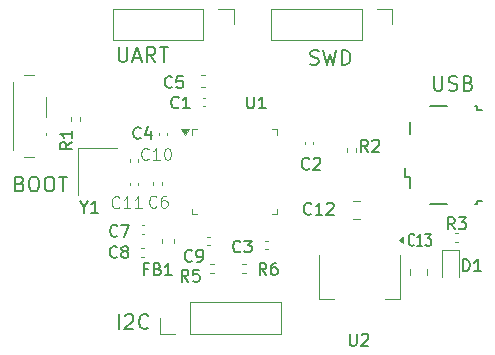
<source format=gbr>
%TF.GenerationSoftware,KiCad,Pcbnew,8.0.8*%
%TF.CreationDate,2025-02-20T15:14:10+05:30*%
%TF.ProjectId,Testing_1,54657374-696e-4675-9f31-2e6b69636164,rev?*%
%TF.SameCoordinates,Original*%
%TF.FileFunction,Legend,Top*%
%TF.FilePolarity,Positive*%
%FSLAX46Y46*%
G04 Gerber Fmt 4.6, Leading zero omitted, Abs format (unit mm)*
G04 Created by KiCad (PCBNEW 8.0.8) date 2025-02-20 15:14:10*
%MOMM*%
%LPD*%
G01*
G04 APERTURE LIST*
%ADD10C,0.200000*%
%ADD11C,0.150000*%
%ADD12C,0.100000*%
%ADD13C,0.120000*%
G04 APERTURE END LIST*
D10*
X115219197Y-70926623D02*
X115219197Y-71938528D01*
X115219197Y-71938528D02*
X115278720Y-72057576D01*
X115278720Y-72057576D02*
X115338244Y-72117100D01*
X115338244Y-72117100D02*
X115457292Y-72176623D01*
X115457292Y-72176623D02*
X115695387Y-72176623D01*
X115695387Y-72176623D02*
X115814435Y-72117100D01*
X115814435Y-72117100D02*
X115873958Y-72057576D01*
X115873958Y-72057576D02*
X115933482Y-71938528D01*
X115933482Y-71938528D02*
X115933482Y-70926623D01*
X116469197Y-71819480D02*
X117064435Y-71819480D01*
X116350149Y-72176623D02*
X116766816Y-70926623D01*
X116766816Y-70926623D02*
X117183482Y-72176623D01*
X118314435Y-72176623D02*
X117897769Y-71581385D01*
X117600150Y-72176623D02*
X117600150Y-70926623D01*
X117600150Y-70926623D02*
X118076340Y-70926623D01*
X118076340Y-70926623D02*
X118195388Y-70986147D01*
X118195388Y-70986147D02*
X118254911Y-71045671D01*
X118254911Y-71045671D02*
X118314435Y-71164719D01*
X118314435Y-71164719D02*
X118314435Y-71343290D01*
X118314435Y-71343290D02*
X118254911Y-71462338D01*
X118254911Y-71462338D02*
X118195388Y-71521861D01*
X118195388Y-71521861D02*
X118076340Y-71581385D01*
X118076340Y-71581385D02*
X117600150Y-71581385D01*
X118671578Y-70926623D02*
X119385864Y-70926623D01*
X119028721Y-72176623D02*
X119028721Y-70926623D01*
X106845863Y-82491861D02*
X107024435Y-82551385D01*
X107024435Y-82551385D02*
X107083958Y-82610909D01*
X107083958Y-82610909D02*
X107143482Y-82729957D01*
X107143482Y-82729957D02*
X107143482Y-82908528D01*
X107143482Y-82908528D02*
X107083958Y-83027576D01*
X107083958Y-83027576D02*
X107024435Y-83087100D01*
X107024435Y-83087100D02*
X106905387Y-83146623D01*
X106905387Y-83146623D02*
X106429197Y-83146623D01*
X106429197Y-83146623D02*
X106429197Y-81896623D01*
X106429197Y-81896623D02*
X106845863Y-81896623D01*
X106845863Y-81896623D02*
X106964911Y-81956147D01*
X106964911Y-81956147D02*
X107024435Y-82015671D01*
X107024435Y-82015671D02*
X107083958Y-82134719D01*
X107083958Y-82134719D02*
X107083958Y-82253766D01*
X107083958Y-82253766D02*
X107024435Y-82372814D01*
X107024435Y-82372814D02*
X106964911Y-82432338D01*
X106964911Y-82432338D02*
X106845863Y-82491861D01*
X106845863Y-82491861D02*
X106429197Y-82491861D01*
X107917292Y-81896623D02*
X108155387Y-81896623D01*
X108155387Y-81896623D02*
X108274435Y-81956147D01*
X108274435Y-81956147D02*
X108393482Y-82075195D01*
X108393482Y-82075195D02*
X108453006Y-82313290D01*
X108453006Y-82313290D02*
X108453006Y-82729957D01*
X108453006Y-82729957D02*
X108393482Y-82968052D01*
X108393482Y-82968052D02*
X108274435Y-83087100D01*
X108274435Y-83087100D02*
X108155387Y-83146623D01*
X108155387Y-83146623D02*
X107917292Y-83146623D01*
X107917292Y-83146623D02*
X107798244Y-83087100D01*
X107798244Y-83087100D02*
X107679197Y-82968052D01*
X107679197Y-82968052D02*
X107619673Y-82729957D01*
X107619673Y-82729957D02*
X107619673Y-82313290D01*
X107619673Y-82313290D02*
X107679197Y-82075195D01*
X107679197Y-82075195D02*
X107798244Y-81956147D01*
X107798244Y-81956147D02*
X107917292Y-81896623D01*
X109226816Y-81896623D02*
X109464911Y-81896623D01*
X109464911Y-81896623D02*
X109583959Y-81956147D01*
X109583959Y-81956147D02*
X109703006Y-82075195D01*
X109703006Y-82075195D02*
X109762530Y-82313290D01*
X109762530Y-82313290D02*
X109762530Y-82729957D01*
X109762530Y-82729957D02*
X109703006Y-82968052D01*
X109703006Y-82968052D02*
X109583959Y-83087100D01*
X109583959Y-83087100D02*
X109464911Y-83146623D01*
X109464911Y-83146623D02*
X109226816Y-83146623D01*
X109226816Y-83146623D02*
X109107768Y-83087100D01*
X109107768Y-83087100D02*
X108988721Y-82968052D01*
X108988721Y-82968052D02*
X108929197Y-82729957D01*
X108929197Y-82729957D02*
X108929197Y-82313290D01*
X108929197Y-82313290D02*
X108988721Y-82075195D01*
X108988721Y-82075195D02*
X109107768Y-81956147D01*
X109107768Y-81956147D02*
X109226816Y-81896623D01*
X110119673Y-81896623D02*
X110833959Y-81896623D01*
X110476816Y-83146623D02*
X110476816Y-81896623D01*
X115209197Y-94816623D02*
X115209197Y-93566623D01*
X115744911Y-93685671D02*
X115804435Y-93626147D01*
X115804435Y-93626147D02*
X115923482Y-93566623D01*
X115923482Y-93566623D02*
X116221101Y-93566623D01*
X116221101Y-93566623D02*
X116340149Y-93626147D01*
X116340149Y-93626147D02*
X116399673Y-93685671D01*
X116399673Y-93685671D02*
X116459196Y-93804719D01*
X116459196Y-93804719D02*
X116459196Y-93923766D01*
X116459196Y-93923766D02*
X116399673Y-94102338D01*
X116399673Y-94102338D02*
X115685387Y-94816623D01*
X115685387Y-94816623D02*
X116459196Y-94816623D01*
X117709196Y-94697576D02*
X117649672Y-94757100D01*
X117649672Y-94757100D02*
X117471101Y-94816623D01*
X117471101Y-94816623D02*
X117352053Y-94816623D01*
X117352053Y-94816623D02*
X117173482Y-94757100D01*
X117173482Y-94757100D02*
X117054434Y-94638052D01*
X117054434Y-94638052D02*
X116994911Y-94519004D01*
X116994911Y-94519004D02*
X116935387Y-94280909D01*
X116935387Y-94280909D02*
X116935387Y-94102338D01*
X116935387Y-94102338D02*
X116994911Y-93864242D01*
X116994911Y-93864242D02*
X117054434Y-93745195D01*
X117054434Y-93745195D02*
X117173482Y-93626147D01*
X117173482Y-93626147D02*
X117352053Y-93566623D01*
X117352053Y-93566623D02*
X117471101Y-93566623D01*
X117471101Y-93566623D02*
X117649672Y-93626147D01*
X117649672Y-93626147D02*
X117709196Y-93685671D01*
X141909197Y-73376623D02*
X141909197Y-74388528D01*
X141909197Y-74388528D02*
X141968720Y-74507576D01*
X141968720Y-74507576D02*
X142028244Y-74567100D01*
X142028244Y-74567100D02*
X142147292Y-74626623D01*
X142147292Y-74626623D02*
X142385387Y-74626623D01*
X142385387Y-74626623D02*
X142504435Y-74567100D01*
X142504435Y-74567100D02*
X142563958Y-74507576D01*
X142563958Y-74507576D02*
X142623482Y-74388528D01*
X142623482Y-74388528D02*
X142623482Y-73376623D01*
X143159197Y-74567100D02*
X143337768Y-74626623D01*
X143337768Y-74626623D02*
X143635387Y-74626623D01*
X143635387Y-74626623D02*
X143754435Y-74567100D01*
X143754435Y-74567100D02*
X143813959Y-74507576D01*
X143813959Y-74507576D02*
X143873482Y-74388528D01*
X143873482Y-74388528D02*
X143873482Y-74269480D01*
X143873482Y-74269480D02*
X143813959Y-74150433D01*
X143813959Y-74150433D02*
X143754435Y-74090909D01*
X143754435Y-74090909D02*
X143635387Y-74031385D01*
X143635387Y-74031385D02*
X143397292Y-73971861D01*
X143397292Y-73971861D02*
X143278244Y-73912338D01*
X143278244Y-73912338D02*
X143218721Y-73852814D01*
X143218721Y-73852814D02*
X143159197Y-73733766D01*
X143159197Y-73733766D02*
X143159197Y-73614719D01*
X143159197Y-73614719D02*
X143218721Y-73495671D01*
X143218721Y-73495671D02*
X143278244Y-73436147D01*
X143278244Y-73436147D02*
X143397292Y-73376623D01*
X143397292Y-73376623D02*
X143694911Y-73376623D01*
X143694911Y-73376623D02*
X143873482Y-73436147D01*
X144825863Y-73971861D02*
X145004435Y-74031385D01*
X145004435Y-74031385D02*
X145063958Y-74090909D01*
X145063958Y-74090909D02*
X145123482Y-74209957D01*
X145123482Y-74209957D02*
X145123482Y-74388528D01*
X145123482Y-74388528D02*
X145063958Y-74507576D01*
X145063958Y-74507576D02*
X145004435Y-74567100D01*
X145004435Y-74567100D02*
X144885387Y-74626623D01*
X144885387Y-74626623D02*
X144409197Y-74626623D01*
X144409197Y-74626623D02*
X144409197Y-73376623D01*
X144409197Y-73376623D02*
X144825863Y-73376623D01*
X144825863Y-73376623D02*
X144944911Y-73436147D01*
X144944911Y-73436147D02*
X145004435Y-73495671D01*
X145004435Y-73495671D02*
X145063958Y-73614719D01*
X145063958Y-73614719D02*
X145063958Y-73733766D01*
X145063958Y-73733766D02*
X145004435Y-73852814D01*
X145004435Y-73852814D02*
X144944911Y-73912338D01*
X144944911Y-73912338D02*
X144825863Y-73971861D01*
X144825863Y-73971861D02*
X144409197Y-73971861D01*
X131419673Y-72377100D02*
X131598244Y-72436623D01*
X131598244Y-72436623D02*
X131895863Y-72436623D01*
X131895863Y-72436623D02*
X132014911Y-72377100D01*
X132014911Y-72377100D02*
X132074435Y-72317576D01*
X132074435Y-72317576D02*
X132133958Y-72198528D01*
X132133958Y-72198528D02*
X132133958Y-72079480D01*
X132133958Y-72079480D02*
X132074435Y-71960433D01*
X132074435Y-71960433D02*
X132014911Y-71900909D01*
X132014911Y-71900909D02*
X131895863Y-71841385D01*
X131895863Y-71841385D02*
X131657768Y-71781861D01*
X131657768Y-71781861D02*
X131538720Y-71722338D01*
X131538720Y-71722338D02*
X131479197Y-71662814D01*
X131479197Y-71662814D02*
X131419673Y-71543766D01*
X131419673Y-71543766D02*
X131419673Y-71424719D01*
X131419673Y-71424719D02*
X131479197Y-71305671D01*
X131479197Y-71305671D02*
X131538720Y-71246147D01*
X131538720Y-71246147D02*
X131657768Y-71186623D01*
X131657768Y-71186623D02*
X131955387Y-71186623D01*
X131955387Y-71186623D02*
X132133958Y-71246147D01*
X132550625Y-71186623D02*
X132848244Y-72436623D01*
X132848244Y-72436623D02*
X133086339Y-71543766D01*
X133086339Y-71543766D02*
X133324434Y-72436623D01*
X133324434Y-72436623D02*
X133622054Y-71186623D01*
X134098244Y-72436623D02*
X134098244Y-71186623D01*
X134098244Y-71186623D02*
X134395863Y-71186623D01*
X134395863Y-71186623D02*
X134574434Y-71246147D01*
X134574434Y-71246147D02*
X134693482Y-71365195D01*
X134693482Y-71365195D02*
X134753005Y-71484242D01*
X134753005Y-71484242D02*
X134812529Y-71722338D01*
X134812529Y-71722338D02*
X134812529Y-71900909D01*
X134812529Y-71900909D02*
X134753005Y-72139004D01*
X134753005Y-72139004D02*
X134693482Y-72258052D01*
X134693482Y-72258052D02*
X134574434Y-72377100D01*
X134574434Y-72377100D02*
X134395863Y-72436623D01*
X134395863Y-72436623D02*
X134098244Y-72436623D01*
D11*
X112263809Y-84498628D02*
X112263809Y-84974819D01*
X111930476Y-83974819D02*
X112263809Y-84498628D01*
X112263809Y-84498628D02*
X112597142Y-83974819D01*
X113454285Y-84974819D02*
X112882857Y-84974819D01*
X113168571Y-84974819D02*
X113168571Y-83974819D01*
X113168571Y-83974819D02*
X113073333Y-84117676D01*
X113073333Y-84117676D02*
X112978095Y-84212914D01*
X112978095Y-84212914D02*
X112882857Y-84260533D01*
X134788095Y-95214819D02*
X134788095Y-96024342D01*
X134788095Y-96024342D02*
X134835714Y-96119580D01*
X134835714Y-96119580D02*
X134883333Y-96167200D01*
X134883333Y-96167200D02*
X134978571Y-96214819D01*
X134978571Y-96214819D02*
X135169047Y-96214819D01*
X135169047Y-96214819D02*
X135264285Y-96167200D01*
X135264285Y-96167200D02*
X135311904Y-96119580D01*
X135311904Y-96119580D02*
X135359523Y-96024342D01*
X135359523Y-96024342D02*
X135359523Y-95214819D01*
X135788095Y-95310057D02*
X135835714Y-95262438D01*
X135835714Y-95262438D02*
X135930952Y-95214819D01*
X135930952Y-95214819D02*
X136169047Y-95214819D01*
X136169047Y-95214819D02*
X136264285Y-95262438D01*
X136264285Y-95262438D02*
X136311904Y-95310057D01*
X136311904Y-95310057D02*
X136359523Y-95405295D01*
X136359523Y-95405295D02*
X136359523Y-95500533D01*
X136359523Y-95500533D02*
X136311904Y-95643390D01*
X136311904Y-95643390D02*
X135740476Y-96214819D01*
X135740476Y-96214819D02*
X136359523Y-96214819D01*
X126088095Y-75124819D02*
X126088095Y-75934342D01*
X126088095Y-75934342D02*
X126135714Y-76029580D01*
X126135714Y-76029580D02*
X126183333Y-76077200D01*
X126183333Y-76077200D02*
X126278571Y-76124819D01*
X126278571Y-76124819D02*
X126469047Y-76124819D01*
X126469047Y-76124819D02*
X126564285Y-76077200D01*
X126564285Y-76077200D02*
X126611904Y-76029580D01*
X126611904Y-76029580D02*
X126659523Y-75934342D01*
X126659523Y-75934342D02*
X126659523Y-75124819D01*
X127659523Y-76124819D02*
X127088095Y-76124819D01*
X127373809Y-76124819D02*
X127373809Y-75124819D01*
X127373809Y-75124819D02*
X127278571Y-75267676D01*
X127278571Y-75267676D02*
X127183333Y-75362914D01*
X127183333Y-75362914D02*
X127088095Y-75410533D01*
X127713333Y-90214819D02*
X127380000Y-89738628D01*
X127141905Y-90214819D02*
X127141905Y-89214819D01*
X127141905Y-89214819D02*
X127522857Y-89214819D01*
X127522857Y-89214819D02*
X127618095Y-89262438D01*
X127618095Y-89262438D02*
X127665714Y-89310057D01*
X127665714Y-89310057D02*
X127713333Y-89405295D01*
X127713333Y-89405295D02*
X127713333Y-89548152D01*
X127713333Y-89548152D02*
X127665714Y-89643390D01*
X127665714Y-89643390D02*
X127618095Y-89691009D01*
X127618095Y-89691009D02*
X127522857Y-89738628D01*
X127522857Y-89738628D02*
X127141905Y-89738628D01*
X128570476Y-89214819D02*
X128380000Y-89214819D01*
X128380000Y-89214819D02*
X128284762Y-89262438D01*
X128284762Y-89262438D02*
X128237143Y-89310057D01*
X128237143Y-89310057D02*
X128141905Y-89452914D01*
X128141905Y-89452914D02*
X128094286Y-89643390D01*
X128094286Y-89643390D02*
X128094286Y-90024342D01*
X128094286Y-90024342D02*
X128141905Y-90119580D01*
X128141905Y-90119580D02*
X128189524Y-90167200D01*
X128189524Y-90167200D02*
X128284762Y-90214819D01*
X128284762Y-90214819D02*
X128475238Y-90214819D01*
X128475238Y-90214819D02*
X128570476Y-90167200D01*
X128570476Y-90167200D02*
X128618095Y-90119580D01*
X128618095Y-90119580D02*
X128665714Y-90024342D01*
X128665714Y-90024342D02*
X128665714Y-89786247D01*
X128665714Y-89786247D02*
X128618095Y-89691009D01*
X128618095Y-89691009D02*
X128570476Y-89643390D01*
X128570476Y-89643390D02*
X128475238Y-89595771D01*
X128475238Y-89595771D02*
X128284762Y-89595771D01*
X128284762Y-89595771D02*
X128189524Y-89643390D01*
X128189524Y-89643390D02*
X128141905Y-89691009D01*
X128141905Y-89691009D02*
X128094286Y-89786247D01*
X121113333Y-90794819D02*
X120780000Y-90318628D01*
X120541905Y-90794819D02*
X120541905Y-89794819D01*
X120541905Y-89794819D02*
X120922857Y-89794819D01*
X120922857Y-89794819D02*
X121018095Y-89842438D01*
X121018095Y-89842438D02*
X121065714Y-89890057D01*
X121065714Y-89890057D02*
X121113333Y-89985295D01*
X121113333Y-89985295D02*
X121113333Y-90128152D01*
X121113333Y-90128152D02*
X121065714Y-90223390D01*
X121065714Y-90223390D02*
X121018095Y-90271009D01*
X121018095Y-90271009D02*
X120922857Y-90318628D01*
X120922857Y-90318628D02*
X120541905Y-90318628D01*
X122018095Y-89794819D02*
X121541905Y-89794819D01*
X121541905Y-89794819D02*
X121494286Y-90271009D01*
X121494286Y-90271009D02*
X121541905Y-90223390D01*
X121541905Y-90223390D02*
X121637143Y-90175771D01*
X121637143Y-90175771D02*
X121875238Y-90175771D01*
X121875238Y-90175771D02*
X121970476Y-90223390D01*
X121970476Y-90223390D02*
X122018095Y-90271009D01*
X122018095Y-90271009D02*
X122065714Y-90366247D01*
X122065714Y-90366247D02*
X122065714Y-90604342D01*
X122065714Y-90604342D02*
X122018095Y-90699580D01*
X122018095Y-90699580D02*
X121970476Y-90747200D01*
X121970476Y-90747200D02*
X121875238Y-90794819D01*
X121875238Y-90794819D02*
X121637143Y-90794819D01*
X121637143Y-90794819D02*
X121541905Y-90747200D01*
X121541905Y-90747200D02*
X121494286Y-90699580D01*
X143663333Y-86364819D02*
X143330000Y-85888628D01*
X143091905Y-86364819D02*
X143091905Y-85364819D01*
X143091905Y-85364819D02*
X143472857Y-85364819D01*
X143472857Y-85364819D02*
X143568095Y-85412438D01*
X143568095Y-85412438D02*
X143615714Y-85460057D01*
X143615714Y-85460057D02*
X143663333Y-85555295D01*
X143663333Y-85555295D02*
X143663333Y-85698152D01*
X143663333Y-85698152D02*
X143615714Y-85793390D01*
X143615714Y-85793390D02*
X143568095Y-85841009D01*
X143568095Y-85841009D02*
X143472857Y-85888628D01*
X143472857Y-85888628D02*
X143091905Y-85888628D01*
X143996667Y-85364819D02*
X144615714Y-85364819D01*
X144615714Y-85364819D02*
X144282381Y-85745771D01*
X144282381Y-85745771D02*
X144425238Y-85745771D01*
X144425238Y-85745771D02*
X144520476Y-85793390D01*
X144520476Y-85793390D02*
X144568095Y-85841009D01*
X144568095Y-85841009D02*
X144615714Y-85936247D01*
X144615714Y-85936247D02*
X144615714Y-86174342D01*
X144615714Y-86174342D02*
X144568095Y-86269580D01*
X144568095Y-86269580D02*
X144520476Y-86317200D01*
X144520476Y-86317200D02*
X144425238Y-86364819D01*
X144425238Y-86364819D02*
X144139524Y-86364819D01*
X144139524Y-86364819D02*
X144044286Y-86317200D01*
X144044286Y-86317200D02*
X143996667Y-86269580D01*
X136313333Y-79794819D02*
X135980000Y-79318628D01*
X135741905Y-79794819D02*
X135741905Y-78794819D01*
X135741905Y-78794819D02*
X136122857Y-78794819D01*
X136122857Y-78794819D02*
X136218095Y-78842438D01*
X136218095Y-78842438D02*
X136265714Y-78890057D01*
X136265714Y-78890057D02*
X136313333Y-78985295D01*
X136313333Y-78985295D02*
X136313333Y-79128152D01*
X136313333Y-79128152D02*
X136265714Y-79223390D01*
X136265714Y-79223390D02*
X136218095Y-79271009D01*
X136218095Y-79271009D02*
X136122857Y-79318628D01*
X136122857Y-79318628D02*
X135741905Y-79318628D01*
X136694286Y-78890057D02*
X136741905Y-78842438D01*
X136741905Y-78842438D02*
X136837143Y-78794819D01*
X136837143Y-78794819D02*
X137075238Y-78794819D01*
X137075238Y-78794819D02*
X137170476Y-78842438D01*
X137170476Y-78842438D02*
X137218095Y-78890057D01*
X137218095Y-78890057D02*
X137265714Y-78985295D01*
X137265714Y-78985295D02*
X137265714Y-79080533D01*
X137265714Y-79080533D02*
X137218095Y-79223390D01*
X137218095Y-79223390D02*
X136646667Y-79794819D01*
X136646667Y-79794819D02*
X137265714Y-79794819D01*
X111254819Y-78976666D02*
X110778628Y-79309999D01*
X111254819Y-79548094D02*
X110254819Y-79548094D01*
X110254819Y-79548094D02*
X110254819Y-79167142D01*
X110254819Y-79167142D02*
X110302438Y-79071904D01*
X110302438Y-79071904D02*
X110350057Y-79024285D01*
X110350057Y-79024285D02*
X110445295Y-78976666D01*
X110445295Y-78976666D02*
X110588152Y-78976666D01*
X110588152Y-78976666D02*
X110683390Y-79024285D01*
X110683390Y-79024285D02*
X110731009Y-79071904D01*
X110731009Y-79071904D02*
X110778628Y-79167142D01*
X110778628Y-79167142D02*
X110778628Y-79548094D01*
X111254819Y-78024285D02*
X111254819Y-78595713D01*
X111254819Y-78309999D02*
X110254819Y-78309999D01*
X110254819Y-78309999D02*
X110397676Y-78405237D01*
X110397676Y-78405237D02*
X110492914Y-78500475D01*
X110492914Y-78500475D02*
X110540533Y-78595713D01*
X117656666Y-89731009D02*
X117323333Y-89731009D01*
X117323333Y-90254819D02*
X117323333Y-89254819D01*
X117323333Y-89254819D02*
X117799523Y-89254819D01*
X118513809Y-89731009D02*
X118656666Y-89778628D01*
X118656666Y-89778628D02*
X118704285Y-89826247D01*
X118704285Y-89826247D02*
X118751904Y-89921485D01*
X118751904Y-89921485D02*
X118751904Y-90064342D01*
X118751904Y-90064342D02*
X118704285Y-90159580D01*
X118704285Y-90159580D02*
X118656666Y-90207200D01*
X118656666Y-90207200D02*
X118561428Y-90254819D01*
X118561428Y-90254819D02*
X118180476Y-90254819D01*
X118180476Y-90254819D02*
X118180476Y-89254819D01*
X118180476Y-89254819D02*
X118513809Y-89254819D01*
X118513809Y-89254819D02*
X118609047Y-89302438D01*
X118609047Y-89302438D02*
X118656666Y-89350057D01*
X118656666Y-89350057D02*
X118704285Y-89445295D01*
X118704285Y-89445295D02*
X118704285Y-89540533D01*
X118704285Y-89540533D02*
X118656666Y-89635771D01*
X118656666Y-89635771D02*
X118609047Y-89683390D01*
X118609047Y-89683390D02*
X118513809Y-89731009D01*
X118513809Y-89731009D02*
X118180476Y-89731009D01*
X119704285Y-90254819D02*
X119132857Y-90254819D01*
X119418571Y-90254819D02*
X119418571Y-89254819D01*
X119418571Y-89254819D02*
X119323333Y-89397676D01*
X119323333Y-89397676D02*
X119228095Y-89492914D01*
X119228095Y-89492914D02*
X119132857Y-89540533D01*
X144351905Y-89904819D02*
X144351905Y-88904819D01*
X144351905Y-88904819D02*
X144590000Y-88904819D01*
X144590000Y-88904819D02*
X144732857Y-88952438D01*
X144732857Y-88952438D02*
X144828095Y-89047676D01*
X144828095Y-89047676D02*
X144875714Y-89142914D01*
X144875714Y-89142914D02*
X144923333Y-89333390D01*
X144923333Y-89333390D02*
X144923333Y-89476247D01*
X144923333Y-89476247D02*
X144875714Y-89666723D01*
X144875714Y-89666723D02*
X144828095Y-89761961D01*
X144828095Y-89761961D02*
X144732857Y-89857200D01*
X144732857Y-89857200D02*
X144590000Y-89904819D01*
X144590000Y-89904819D02*
X144351905Y-89904819D01*
X145875714Y-89904819D02*
X145304286Y-89904819D01*
X145590000Y-89904819D02*
X145590000Y-88904819D01*
X145590000Y-88904819D02*
X145494762Y-89047676D01*
X145494762Y-89047676D02*
X145399524Y-89142914D01*
X145399524Y-89142914D02*
X145304286Y-89190533D01*
X140217856Y-87659580D02*
X140182142Y-87707200D01*
X140182142Y-87707200D02*
X140074999Y-87754819D01*
X140074999Y-87754819D02*
X140003571Y-87754819D01*
X140003571Y-87754819D02*
X139896428Y-87707200D01*
X139896428Y-87707200D02*
X139824999Y-87611961D01*
X139824999Y-87611961D02*
X139789285Y-87516723D01*
X139789285Y-87516723D02*
X139753571Y-87326247D01*
X139753571Y-87326247D02*
X139753571Y-87183390D01*
X139753571Y-87183390D02*
X139789285Y-86992914D01*
X139789285Y-86992914D02*
X139824999Y-86897676D01*
X139824999Y-86897676D02*
X139896428Y-86802438D01*
X139896428Y-86802438D02*
X140003571Y-86754819D01*
X140003571Y-86754819D02*
X140074999Y-86754819D01*
X140074999Y-86754819D02*
X140182142Y-86802438D01*
X140182142Y-86802438D02*
X140217856Y-86850057D01*
X140932142Y-87754819D02*
X140503571Y-87754819D01*
X140717856Y-87754819D02*
X140717856Y-86754819D01*
X140717856Y-86754819D02*
X140646428Y-86897676D01*
X140646428Y-86897676D02*
X140574999Y-86992914D01*
X140574999Y-86992914D02*
X140503571Y-87040533D01*
X141182142Y-86754819D02*
X141646428Y-86754819D01*
X141646428Y-86754819D02*
X141396428Y-87135771D01*
X141396428Y-87135771D02*
X141503571Y-87135771D01*
X141503571Y-87135771D02*
X141575000Y-87183390D01*
X141575000Y-87183390D02*
X141610714Y-87231009D01*
X141610714Y-87231009D02*
X141646428Y-87326247D01*
X141646428Y-87326247D02*
X141646428Y-87564342D01*
X141646428Y-87564342D02*
X141610714Y-87659580D01*
X141610714Y-87659580D02*
X141575000Y-87707200D01*
X141575000Y-87707200D02*
X141503571Y-87754819D01*
X141503571Y-87754819D02*
X141289285Y-87754819D01*
X141289285Y-87754819D02*
X141217857Y-87707200D01*
X141217857Y-87707200D02*
X141182142Y-87659580D01*
X131507142Y-85029580D02*
X131459523Y-85077200D01*
X131459523Y-85077200D02*
X131316666Y-85124819D01*
X131316666Y-85124819D02*
X131221428Y-85124819D01*
X131221428Y-85124819D02*
X131078571Y-85077200D01*
X131078571Y-85077200D02*
X130983333Y-84981961D01*
X130983333Y-84981961D02*
X130935714Y-84886723D01*
X130935714Y-84886723D02*
X130888095Y-84696247D01*
X130888095Y-84696247D02*
X130888095Y-84553390D01*
X130888095Y-84553390D02*
X130935714Y-84362914D01*
X130935714Y-84362914D02*
X130983333Y-84267676D01*
X130983333Y-84267676D02*
X131078571Y-84172438D01*
X131078571Y-84172438D02*
X131221428Y-84124819D01*
X131221428Y-84124819D02*
X131316666Y-84124819D01*
X131316666Y-84124819D02*
X131459523Y-84172438D01*
X131459523Y-84172438D02*
X131507142Y-84220057D01*
X132459523Y-85124819D02*
X131888095Y-85124819D01*
X132173809Y-85124819D02*
X132173809Y-84124819D01*
X132173809Y-84124819D02*
X132078571Y-84267676D01*
X132078571Y-84267676D02*
X131983333Y-84362914D01*
X131983333Y-84362914D02*
X131888095Y-84410533D01*
X132840476Y-84220057D02*
X132888095Y-84172438D01*
X132888095Y-84172438D02*
X132983333Y-84124819D01*
X132983333Y-84124819D02*
X133221428Y-84124819D01*
X133221428Y-84124819D02*
X133316666Y-84172438D01*
X133316666Y-84172438D02*
X133364285Y-84220057D01*
X133364285Y-84220057D02*
X133411904Y-84315295D01*
X133411904Y-84315295D02*
X133411904Y-84410533D01*
X133411904Y-84410533D02*
X133364285Y-84553390D01*
X133364285Y-84553390D02*
X132792857Y-85124819D01*
X132792857Y-85124819D02*
X133411904Y-85124819D01*
D12*
X115257142Y-84482180D02*
X115209523Y-84529800D01*
X115209523Y-84529800D02*
X115066666Y-84577419D01*
X115066666Y-84577419D02*
X114971428Y-84577419D01*
X114971428Y-84577419D02*
X114828571Y-84529800D01*
X114828571Y-84529800D02*
X114733333Y-84434561D01*
X114733333Y-84434561D02*
X114685714Y-84339323D01*
X114685714Y-84339323D02*
X114638095Y-84148847D01*
X114638095Y-84148847D02*
X114638095Y-84005990D01*
X114638095Y-84005990D02*
X114685714Y-83815514D01*
X114685714Y-83815514D02*
X114733333Y-83720276D01*
X114733333Y-83720276D02*
X114828571Y-83625038D01*
X114828571Y-83625038D02*
X114971428Y-83577419D01*
X114971428Y-83577419D02*
X115066666Y-83577419D01*
X115066666Y-83577419D02*
X115209523Y-83625038D01*
X115209523Y-83625038D02*
X115257142Y-83672657D01*
X116209523Y-84577419D02*
X115638095Y-84577419D01*
X115923809Y-84577419D02*
X115923809Y-83577419D01*
X115923809Y-83577419D02*
X115828571Y-83720276D01*
X115828571Y-83720276D02*
X115733333Y-83815514D01*
X115733333Y-83815514D02*
X115638095Y-83863133D01*
X117161904Y-84577419D02*
X116590476Y-84577419D01*
X116876190Y-84577419D02*
X116876190Y-83577419D01*
X116876190Y-83577419D02*
X116780952Y-83720276D01*
X116780952Y-83720276D02*
X116685714Y-83815514D01*
X116685714Y-83815514D02*
X116590476Y-83863133D01*
X117737142Y-80392180D02*
X117689523Y-80439800D01*
X117689523Y-80439800D02*
X117546666Y-80487419D01*
X117546666Y-80487419D02*
X117451428Y-80487419D01*
X117451428Y-80487419D02*
X117308571Y-80439800D01*
X117308571Y-80439800D02*
X117213333Y-80344561D01*
X117213333Y-80344561D02*
X117165714Y-80249323D01*
X117165714Y-80249323D02*
X117118095Y-80058847D01*
X117118095Y-80058847D02*
X117118095Y-79915990D01*
X117118095Y-79915990D02*
X117165714Y-79725514D01*
X117165714Y-79725514D02*
X117213333Y-79630276D01*
X117213333Y-79630276D02*
X117308571Y-79535038D01*
X117308571Y-79535038D02*
X117451428Y-79487419D01*
X117451428Y-79487419D02*
X117546666Y-79487419D01*
X117546666Y-79487419D02*
X117689523Y-79535038D01*
X117689523Y-79535038D02*
X117737142Y-79582657D01*
X118689523Y-80487419D02*
X118118095Y-80487419D01*
X118403809Y-80487419D02*
X118403809Y-79487419D01*
X118403809Y-79487419D02*
X118308571Y-79630276D01*
X118308571Y-79630276D02*
X118213333Y-79725514D01*
X118213333Y-79725514D02*
X118118095Y-79773133D01*
X119308571Y-79487419D02*
X119403809Y-79487419D01*
X119403809Y-79487419D02*
X119499047Y-79535038D01*
X119499047Y-79535038D02*
X119546666Y-79582657D01*
X119546666Y-79582657D02*
X119594285Y-79677895D01*
X119594285Y-79677895D02*
X119641904Y-79868371D01*
X119641904Y-79868371D02*
X119641904Y-80106466D01*
X119641904Y-80106466D02*
X119594285Y-80296942D01*
X119594285Y-80296942D02*
X119546666Y-80392180D01*
X119546666Y-80392180D02*
X119499047Y-80439800D01*
X119499047Y-80439800D02*
X119403809Y-80487419D01*
X119403809Y-80487419D02*
X119308571Y-80487419D01*
X119308571Y-80487419D02*
X119213333Y-80439800D01*
X119213333Y-80439800D02*
X119165714Y-80392180D01*
X119165714Y-80392180D02*
X119118095Y-80296942D01*
X119118095Y-80296942D02*
X119070476Y-80106466D01*
X119070476Y-80106466D02*
X119070476Y-79868371D01*
X119070476Y-79868371D02*
X119118095Y-79677895D01*
X119118095Y-79677895D02*
X119165714Y-79582657D01*
X119165714Y-79582657D02*
X119213333Y-79535038D01*
X119213333Y-79535038D02*
X119308571Y-79487419D01*
D11*
X121403333Y-89009580D02*
X121355714Y-89057200D01*
X121355714Y-89057200D02*
X121212857Y-89104819D01*
X121212857Y-89104819D02*
X121117619Y-89104819D01*
X121117619Y-89104819D02*
X120974762Y-89057200D01*
X120974762Y-89057200D02*
X120879524Y-88961961D01*
X120879524Y-88961961D02*
X120831905Y-88866723D01*
X120831905Y-88866723D02*
X120784286Y-88676247D01*
X120784286Y-88676247D02*
X120784286Y-88533390D01*
X120784286Y-88533390D02*
X120831905Y-88342914D01*
X120831905Y-88342914D02*
X120879524Y-88247676D01*
X120879524Y-88247676D02*
X120974762Y-88152438D01*
X120974762Y-88152438D02*
X121117619Y-88104819D01*
X121117619Y-88104819D02*
X121212857Y-88104819D01*
X121212857Y-88104819D02*
X121355714Y-88152438D01*
X121355714Y-88152438D02*
X121403333Y-88200057D01*
X121879524Y-89104819D02*
X122070000Y-89104819D01*
X122070000Y-89104819D02*
X122165238Y-89057200D01*
X122165238Y-89057200D02*
X122212857Y-89009580D01*
X122212857Y-89009580D02*
X122308095Y-88866723D01*
X122308095Y-88866723D02*
X122355714Y-88676247D01*
X122355714Y-88676247D02*
X122355714Y-88295295D01*
X122355714Y-88295295D02*
X122308095Y-88200057D01*
X122308095Y-88200057D02*
X122260476Y-88152438D01*
X122260476Y-88152438D02*
X122165238Y-88104819D01*
X122165238Y-88104819D02*
X121974762Y-88104819D01*
X121974762Y-88104819D02*
X121879524Y-88152438D01*
X121879524Y-88152438D02*
X121831905Y-88200057D01*
X121831905Y-88200057D02*
X121784286Y-88295295D01*
X121784286Y-88295295D02*
X121784286Y-88533390D01*
X121784286Y-88533390D02*
X121831905Y-88628628D01*
X121831905Y-88628628D02*
X121879524Y-88676247D01*
X121879524Y-88676247D02*
X121974762Y-88723866D01*
X121974762Y-88723866D02*
X122165238Y-88723866D01*
X122165238Y-88723866D02*
X122260476Y-88676247D01*
X122260476Y-88676247D02*
X122308095Y-88628628D01*
X122308095Y-88628628D02*
X122355714Y-88533390D01*
X115063333Y-88699580D02*
X115015714Y-88747200D01*
X115015714Y-88747200D02*
X114872857Y-88794819D01*
X114872857Y-88794819D02*
X114777619Y-88794819D01*
X114777619Y-88794819D02*
X114634762Y-88747200D01*
X114634762Y-88747200D02*
X114539524Y-88651961D01*
X114539524Y-88651961D02*
X114491905Y-88556723D01*
X114491905Y-88556723D02*
X114444286Y-88366247D01*
X114444286Y-88366247D02*
X114444286Y-88223390D01*
X114444286Y-88223390D02*
X114491905Y-88032914D01*
X114491905Y-88032914D02*
X114539524Y-87937676D01*
X114539524Y-87937676D02*
X114634762Y-87842438D01*
X114634762Y-87842438D02*
X114777619Y-87794819D01*
X114777619Y-87794819D02*
X114872857Y-87794819D01*
X114872857Y-87794819D02*
X115015714Y-87842438D01*
X115015714Y-87842438D02*
X115063333Y-87890057D01*
X115634762Y-88223390D02*
X115539524Y-88175771D01*
X115539524Y-88175771D02*
X115491905Y-88128152D01*
X115491905Y-88128152D02*
X115444286Y-88032914D01*
X115444286Y-88032914D02*
X115444286Y-87985295D01*
X115444286Y-87985295D02*
X115491905Y-87890057D01*
X115491905Y-87890057D02*
X115539524Y-87842438D01*
X115539524Y-87842438D02*
X115634762Y-87794819D01*
X115634762Y-87794819D02*
X115825238Y-87794819D01*
X115825238Y-87794819D02*
X115920476Y-87842438D01*
X115920476Y-87842438D02*
X115968095Y-87890057D01*
X115968095Y-87890057D02*
X116015714Y-87985295D01*
X116015714Y-87985295D02*
X116015714Y-88032914D01*
X116015714Y-88032914D02*
X115968095Y-88128152D01*
X115968095Y-88128152D02*
X115920476Y-88175771D01*
X115920476Y-88175771D02*
X115825238Y-88223390D01*
X115825238Y-88223390D02*
X115634762Y-88223390D01*
X115634762Y-88223390D02*
X115539524Y-88271009D01*
X115539524Y-88271009D02*
X115491905Y-88318628D01*
X115491905Y-88318628D02*
X115444286Y-88413866D01*
X115444286Y-88413866D02*
X115444286Y-88604342D01*
X115444286Y-88604342D02*
X115491905Y-88699580D01*
X115491905Y-88699580D02*
X115539524Y-88747200D01*
X115539524Y-88747200D02*
X115634762Y-88794819D01*
X115634762Y-88794819D02*
X115825238Y-88794819D01*
X115825238Y-88794819D02*
X115920476Y-88747200D01*
X115920476Y-88747200D02*
X115968095Y-88699580D01*
X115968095Y-88699580D02*
X116015714Y-88604342D01*
X116015714Y-88604342D02*
X116015714Y-88413866D01*
X116015714Y-88413866D02*
X115968095Y-88318628D01*
X115968095Y-88318628D02*
X115920476Y-88271009D01*
X115920476Y-88271009D02*
X115825238Y-88223390D01*
X115093333Y-86889580D02*
X115045714Y-86937200D01*
X115045714Y-86937200D02*
X114902857Y-86984819D01*
X114902857Y-86984819D02*
X114807619Y-86984819D01*
X114807619Y-86984819D02*
X114664762Y-86937200D01*
X114664762Y-86937200D02*
X114569524Y-86841961D01*
X114569524Y-86841961D02*
X114521905Y-86746723D01*
X114521905Y-86746723D02*
X114474286Y-86556247D01*
X114474286Y-86556247D02*
X114474286Y-86413390D01*
X114474286Y-86413390D02*
X114521905Y-86222914D01*
X114521905Y-86222914D02*
X114569524Y-86127676D01*
X114569524Y-86127676D02*
X114664762Y-86032438D01*
X114664762Y-86032438D02*
X114807619Y-85984819D01*
X114807619Y-85984819D02*
X114902857Y-85984819D01*
X114902857Y-85984819D02*
X115045714Y-86032438D01*
X115045714Y-86032438D02*
X115093333Y-86080057D01*
X115426667Y-85984819D02*
X116093333Y-85984819D01*
X116093333Y-85984819D02*
X115664762Y-86984819D01*
D12*
X118393333Y-84432180D02*
X118345714Y-84479800D01*
X118345714Y-84479800D02*
X118202857Y-84527419D01*
X118202857Y-84527419D02*
X118107619Y-84527419D01*
X118107619Y-84527419D02*
X117964762Y-84479800D01*
X117964762Y-84479800D02*
X117869524Y-84384561D01*
X117869524Y-84384561D02*
X117821905Y-84289323D01*
X117821905Y-84289323D02*
X117774286Y-84098847D01*
X117774286Y-84098847D02*
X117774286Y-83955990D01*
X117774286Y-83955990D02*
X117821905Y-83765514D01*
X117821905Y-83765514D02*
X117869524Y-83670276D01*
X117869524Y-83670276D02*
X117964762Y-83575038D01*
X117964762Y-83575038D02*
X118107619Y-83527419D01*
X118107619Y-83527419D02*
X118202857Y-83527419D01*
X118202857Y-83527419D02*
X118345714Y-83575038D01*
X118345714Y-83575038D02*
X118393333Y-83622657D01*
X119250476Y-83527419D02*
X119060000Y-83527419D01*
X119060000Y-83527419D02*
X118964762Y-83575038D01*
X118964762Y-83575038D02*
X118917143Y-83622657D01*
X118917143Y-83622657D02*
X118821905Y-83765514D01*
X118821905Y-83765514D02*
X118774286Y-83955990D01*
X118774286Y-83955990D02*
X118774286Y-84336942D01*
X118774286Y-84336942D02*
X118821905Y-84432180D01*
X118821905Y-84432180D02*
X118869524Y-84479800D01*
X118869524Y-84479800D02*
X118964762Y-84527419D01*
X118964762Y-84527419D02*
X119155238Y-84527419D01*
X119155238Y-84527419D02*
X119250476Y-84479800D01*
X119250476Y-84479800D02*
X119298095Y-84432180D01*
X119298095Y-84432180D02*
X119345714Y-84336942D01*
X119345714Y-84336942D02*
X119345714Y-84098847D01*
X119345714Y-84098847D02*
X119298095Y-84003609D01*
X119298095Y-84003609D02*
X119250476Y-83955990D01*
X119250476Y-83955990D02*
X119155238Y-83908371D01*
X119155238Y-83908371D02*
X118964762Y-83908371D01*
X118964762Y-83908371D02*
X118869524Y-83955990D01*
X118869524Y-83955990D02*
X118821905Y-84003609D01*
X118821905Y-84003609D02*
X118774286Y-84098847D01*
D11*
X119713333Y-74299580D02*
X119665714Y-74347200D01*
X119665714Y-74347200D02*
X119522857Y-74394819D01*
X119522857Y-74394819D02*
X119427619Y-74394819D01*
X119427619Y-74394819D02*
X119284762Y-74347200D01*
X119284762Y-74347200D02*
X119189524Y-74251961D01*
X119189524Y-74251961D02*
X119141905Y-74156723D01*
X119141905Y-74156723D02*
X119094286Y-73966247D01*
X119094286Y-73966247D02*
X119094286Y-73823390D01*
X119094286Y-73823390D02*
X119141905Y-73632914D01*
X119141905Y-73632914D02*
X119189524Y-73537676D01*
X119189524Y-73537676D02*
X119284762Y-73442438D01*
X119284762Y-73442438D02*
X119427619Y-73394819D01*
X119427619Y-73394819D02*
X119522857Y-73394819D01*
X119522857Y-73394819D02*
X119665714Y-73442438D01*
X119665714Y-73442438D02*
X119713333Y-73490057D01*
X120618095Y-73394819D02*
X120141905Y-73394819D01*
X120141905Y-73394819D02*
X120094286Y-73871009D01*
X120094286Y-73871009D02*
X120141905Y-73823390D01*
X120141905Y-73823390D02*
X120237143Y-73775771D01*
X120237143Y-73775771D02*
X120475238Y-73775771D01*
X120475238Y-73775771D02*
X120570476Y-73823390D01*
X120570476Y-73823390D02*
X120618095Y-73871009D01*
X120618095Y-73871009D02*
X120665714Y-73966247D01*
X120665714Y-73966247D02*
X120665714Y-74204342D01*
X120665714Y-74204342D02*
X120618095Y-74299580D01*
X120618095Y-74299580D02*
X120570476Y-74347200D01*
X120570476Y-74347200D02*
X120475238Y-74394819D01*
X120475238Y-74394819D02*
X120237143Y-74394819D01*
X120237143Y-74394819D02*
X120141905Y-74347200D01*
X120141905Y-74347200D02*
X120094286Y-74299580D01*
X117063333Y-78609580D02*
X117015714Y-78657200D01*
X117015714Y-78657200D02*
X116872857Y-78704819D01*
X116872857Y-78704819D02*
X116777619Y-78704819D01*
X116777619Y-78704819D02*
X116634762Y-78657200D01*
X116634762Y-78657200D02*
X116539524Y-78561961D01*
X116539524Y-78561961D02*
X116491905Y-78466723D01*
X116491905Y-78466723D02*
X116444286Y-78276247D01*
X116444286Y-78276247D02*
X116444286Y-78133390D01*
X116444286Y-78133390D02*
X116491905Y-77942914D01*
X116491905Y-77942914D02*
X116539524Y-77847676D01*
X116539524Y-77847676D02*
X116634762Y-77752438D01*
X116634762Y-77752438D02*
X116777619Y-77704819D01*
X116777619Y-77704819D02*
X116872857Y-77704819D01*
X116872857Y-77704819D02*
X117015714Y-77752438D01*
X117015714Y-77752438D02*
X117063333Y-77800057D01*
X117920476Y-78038152D02*
X117920476Y-78704819D01*
X117682381Y-77657200D02*
X117444286Y-78371485D01*
X117444286Y-78371485D02*
X118063333Y-78371485D01*
X125503333Y-88219580D02*
X125455714Y-88267200D01*
X125455714Y-88267200D02*
X125312857Y-88314819D01*
X125312857Y-88314819D02*
X125217619Y-88314819D01*
X125217619Y-88314819D02*
X125074762Y-88267200D01*
X125074762Y-88267200D02*
X124979524Y-88171961D01*
X124979524Y-88171961D02*
X124931905Y-88076723D01*
X124931905Y-88076723D02*
X124884286Y-87886247D01*
X124884286Y-87886247D02*
X124884286Y-87743390D01*
X124884286Y-87743390D02*
X124931905Y-87552914D01*
X124931905Y-87552914D02*
X124979524Y-87457676D01*
X124979524Y-87457676D02*
X125074762Y-87362438D01*
X125074762Y-87362438D02*
X125217619Y-87314819D01*
X125217619Y-87314819D02*
X125312857Y-87314819D01*
X125312857Y-87314819D02*
X125455714Y-87362438D01*
X125455714Y-87362438D02*
X125503333Y-87410057D01*
X125836667Y-87314819D02*
X126455714Y-87314819D01*
X126455714Y-87314819D02*
X126122381Y-87695771D01*
X126122381Y-87695771D02*
X126265238Y-87695771D01*
X126265238Y-87695771D02*
X126360476Y-87743390D01*
X126360476Y-87743390D02*
X126408095Y-87791009D01*
X126408095Y-87791009D02*
X126455714Y-87886247D01*
X126455714Y-87886247D02*
X126455714Y-88124342D01*
X126455714Y-88124342D02*
X126408095Y-88219580D01*
X126408095Y-88219580D02*
X126360476Y-88267200D01*
X126360476Y-88267200D02*
X126265238Y-88314819D01*
X126265238Y-88314819D02*
X125979524Y-88314819D01*
X125979524Y-88314819D02*
X125884286Y-88267200D01*
X125884286Y-88267200D02*
X125836667Y-88219580D01*
X131343333Y-81209580D02*
X131295714Y-81257200D01*
X131295714Y-81257200D02*
X131152857Y-81304819D01*
X131152857Y-81304819D02*
X131057619Y-81304819D01*
X131057619Y-81304819D02*
X130914762Y-81257200D01*
X130914762Y-81257200D02*
X130819524Y-81161961D01*
X130819524Y-81161961D02*
X130771905Y-81066723D01*
X130771905Y-81066723D02*
X130724286Y-80876247D01*
X130724286Y-80876247D02*
X130724286Y-80733390D01*
X130724286Y-80733390D02*
X130771905Y-80542914D01*
X130771905Y-80542914D02*
X130819524Y-80447676D01*
X130819524Y-80447676D02*
X130914762Y-80352438D01*
X130914762Y-80352438D02*
X131057619Y-80304819D01*
X131057619Y-80304819D02*
X131152857Y-80304819D01*
X131152857Y-80304819D02*
X131295714Y-80352438D01*
X131295714Y-80352438D02*
X131343333Y-80400057D01*
X131724286Y-80400057D02*
X131771905Y-80352438D01*
X131771905Y-80352438D02*
X131867143Y-80304819D01*
X131867143Y-80304819D02*
X132105238Y-80304819D01*
X132105238Y-80304819D02*
X132200476Y-80352438D01*
X132200476Y-80352438D02*
X132248095Y-80400057D01*
X132248095Y-80400057D02*
X132295714Y-80495295D01*
X132295714Y-80495295D02*
X132295714Y-80590533D01*
X132295714Y-80590533D02*
X132248095Y-80733390D01*
X132248095Y-80733390D02*
X131676667Y-81304819D01*
X131676667Y-81304819D02*
X132295714Y-81304819D01*
X120283333Y-76029580D02*
X120235714Y-76077200D01*
X120235714Y-76077200D02*
X120092857Y-76124819D01*
X120092857Y-76124819D02*
X119997619Y-76124819D01*
X119997619Y-76124819D02*
X119854762Y-76077200D01*
X119854762Y-76077200D02*
X119759524Y-75981961D01*
X119759524Y-75981961D02*
X119711905Y-75886723D01*
X119711905Y-75886723D02*
X119664286Y-75696247D01*
X119664286Y-75696247D02*
X119664286Y-75553390D01*
X119664286Y-75553390D02*
X119711905Y-75362914D01*
X119711905Y-75362914D02*
X119759524Y-75267676D01*
X119759524Y-75267676D02*
X119854762Y-75172438D01*
X119854762Y-75172438D02*
X119997619Y-75124819D01*
X119997619Y-75124819D02*
X120092857Y-75124819D01*
X120092857Y-75124819D02*
X120235714Y-75172438D01*
X120235714Y-75172438D02*
X120283333Y-75220057D01*
X121235714Y-76124819D02*
X120664286Y-76124819D01*
X120950000Y-76124819D02*
X120950000Y-75124819D01*
X120950000Y-75124819D02*
X120854762Y-75267676D01*
X120854762Y-75267676D02*
X120759524Y-75362914D01*
X120759524Y-75362914D02*
X120664286Y-75410533D01*
D13*
%TO.C,SW1*%
X108020000Y-73320000D02*
X107230000Y-73320000D01*
X106220000Y-73920000D02*
X106220000Y-79620000D01*
X109070000Y-75170000D02*
X109070000Y-76870000D01*
X109070000Y-78170000D02*
X109070000Y-78370000D01*
X107230000Y-80220000D02*
X108020000Y-80220000D01*
%TO.C,Y1*%
X115090000Y-79480000D02*
X111790000Y-79480000D01*
X111790000Y-79480000D02*
X111790000Y-83480000D01*
%TO.C,U2*%
X139030000Y-88540000D02*
X139030000Y-92300000D01*
X132210000Y-88540000D02*
X132210000Y-92300000D01*
X139030000Y-92300000D02*
X137770000Y-92300000D01*
X132210000Y-92300000D02*
X133470000Y-92300000D01*
X139260000Y-87500000D02*
X138930000Y-87260000D01*
X139260000Y-87020000D01*
X139260000Y-87500000D01*
G36*
X139260000Y-87500000D02*
G01*
X138930000Y-87260000D01*
X139260000Y-87020000D01*
X139260000Y-87500000D01*
G37*
%TO.C,U1*%
X121390000Y-77890000D02*
X121390000Y-78340000D01*
X121390000Y-85110000D02*
X121390000Y-84660000D01*
X121840000Y-77890000D02*
X121390000Y-77890000D01*
X121840000Y-85110000D02*
X121390000Y-85110000D01*
X128160000Y-77890000D02*
X128610000Y-77890000D01*
X128160000Y-85110000D02*
X128610000Y-85110000D01*
X128610000Y-77890000D02*
X128610000Y-78340000D01*
X128610000Y-85110000D02*
X128610000Y-84660000D01*
X120800000Y-78340000D02*
X120460000Y-77870000D01*
X121140000Y-77870000D01*
X120800000Y-78340000D01*
G36*
X120800000Y-78340000D02*
G01*
X120460000Y-77870000D01*
X121140000Y-77870000D01*
X120800000Y-78340000D01*
G37*
%TO.C,R6*%
X125656359Y-89300000D02*
X125963641Y-89300000D01*
X125656359Y-90060000D02*
X125963641Y-90060000D01*
%TO.C,R5*%
X123283641Y-90040000D02*
X122976359Y-90040000D01*
X123283641Y-89280000D02*
X122976359Y-89280000D01*
%TO.C,R3*%
X143666359Y-86700000D02*
X143973641Y-86700000D01*
X143666359Y-87460000D02*
X143973641Y-87460000D01*
%TO.C,R2*%
X135300000Y-79506359D02*
X135300000Y-79813641D01*
X134540000Y-79506359D02*
X134540000Y-79813641D01*
%TO.C,R1*%
X111150000Y-77153641D02*
X111150000Y-76846359D01*
X111910000Y-77153641D02*
X111910000Y-76846359D01*
%TO.C,J4*%
X118690000Y-95200000D02*
X118690000Y-93870000D01*
X120020000Y-95200000D02*
X118690000Y-95200000D01*
X121290000Y-95200000D02*
X128970000Y-95200000D01*
X121290000Y-95200000D02*
X121290000Y-92540000D01*
X128970000Y-95200000D02*
X128970000Y-92540000D01*
X121290000Y-92540000D02*
X128970000Y-92540000D01*
%TO.C,J3*%
X124970000Y-67690000D02*
X124970000Y-69020000D01*
X123640000Y-67690000D02*
X124970000Y-67690000D01*
X122370000Y-67690000D02*
X114690000Y-67690000D01*
X122370000Y-67690000D02*
X122370000Y-70350000D01*
X114690000Y-67690000D02*
X114690000Y-70350000D01*
X122370000Y-70350000D02*
X114690000Y-70350000D01*
%TO.C,J2*%
X138370000Y-67690000D02*
X138370000Y-69020000D01*
X137040000Y-67690000D02*
X138370000Y-67690000D01*
X135770000Y-67690000D02*
X128090000Y-67690000D01*
X135770000Y-67690000D02*
X135770000Y-70350000D01*
X128090000Y-67690000D02*
X128090000Y-70350000D01*
X135770000Y-70350000D02*
X128090000Y-70350000D01*
%TO.C,FB1*%
X119920000Y-87177221D02*
X119920000Y-87502779D01*
X118900000Y-87177221D02*
X118900000Y-87502779D01*
%TO.C,D1*%
X144065000Y-88125000D02*
X142595000Y-88125000D01*
X142595000Y-88125000D02*
X142595000Y-90410000D01*
X144065000Y-90410000D02*
X144065000Y-88125000D01*
%TO.C,C13*%
X139855000Y-90221252D02*
X139855000Y-89698748D01*
X141325000Y-90221252D02*
X141325000Y-89698748D01*
%TO.C,C12*%
X135088748Y-84005000D02*
X135611252Y-84005000D01*
X135088748Y-85475000D02*
X135611252Y-85475000D01*
%TO.C,C11*%
X116140000Y-82647836D02*
X116140000Y-82432164D01*
X116860000Y-82647836D02*
X116860000Y-82432164D01*
%TO.C,C10*%
X116140000Y-80627836D02*
X116140000Y-80412164D01*
X116860000Y-80627836D02*
X116860000Y-80412164D01*
%TO.C,C9*%
X122692164Y-87010000D02*
X122907836Y-87010000D01*
X122692164Y-87730000D02*
X122907836Y-87730000D01*
%TO.C,C8*%
X117337836Y-88700000D02*
X117122164Y-88700000D01*
X117337836Y-87980000D02*
X117122164Y-87980000D01*
%TO.C,C7*%
X117367836Y-86730000D02*
X117152164Y-86730000D01*
X117367836Y-86010000D02*
X117152164Y-86010000D01*
%TO.C,C6*%
X118140000Y-82587836D02*
X118140000Y-82372164D01*
X118860000Y-82587836D02*
X118860000Y-82372164D01*
%TO.C,C5*%
X122209420Y-73330000D02*
X122490580Y-73330000D01*
X122209420Y-74350000D02*
X122490580Y-74350000D01*
%TO.C,C4*%
X118600000Y-78387836D02*
X118600000Y-78172164D01*
X119320000Y-78387836D02*
X119320000Y-78172164D01*
%TO.C,C3*%
X127847836Y-88040000D02*
X127632164Y-88040000D01*
X127847836Y-87320000D02*
X127632164Y-87320000D01*
%TO.C,C2*%
X130960000Y-78962164D02*
X130960000Y-79177836D01*
X131680000Y-78962164D02*
X131680000Y-79177836D01*
D11*
%TO.C,J1*%
X145560000Y-75950000D02*
X145410000Y-75950000D01*
X143010000Y-75950000D02*
X141610000Y-75950000D01*
X146010000Y-76250000D02*
X145560000Y-76250000D01*
X145560000Y-76250000D02*
X145560000Y-75950000D01*
X139860000Y-78300000D02*
X139860000Y-77300000D01*
X139435000Y-81175000D02*
X139435000Y-81900000D01*
X139860000Y-81900000D02*
X139860000Y-82900000D01*
X139435000Y-81900000D02*
X139860000Y-81900000D01*
X145560000Y-83950000D02*
X146010000Y-83950000D01*
X145560000Y-84250000D02*
X145560000Y-83950000D01*
X145410000Y-84250000D02*
X145560000Y-84250000D01*
X141610000Y-84250000D02*
X143010000Y-84250000D01*
D13*
%TO.C,C1*%
X122322164Y-75950000D02*
X122537836Y-75950000D01*
X122322164Y-75230000D02*
X122537836Y-75230000D01*
%TD*%
M02*

</source>
